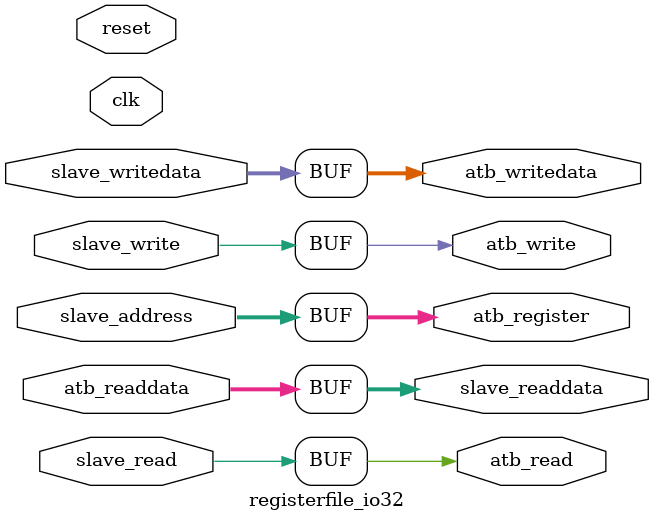
<source format=v>
module registerfile_io32 (
		input  wire        clk,             
		input  wire        slave_read,      
		input  wire        slave_write,     
		input  wire  [5:0]slave_address,    
		output wire [31:0] slave_readdata,  
		input  wire [31:0] slave_writedata, 
		input  wire        reset,           
		output       atb_read,
		output       atb_write,
		output  [5:0]atb_register,
		input  [31:0]atb_readdata,
		output [31:0]atb_writedata
	);
  assign atb_read  = slave_read;
  assign atb_write = slave_write;
  assign atb_register   = slave_address;
  assign atb_writedata  = slave_writedata;
	assign slave_readdata = atb_readdata;
endmodule
</source>
